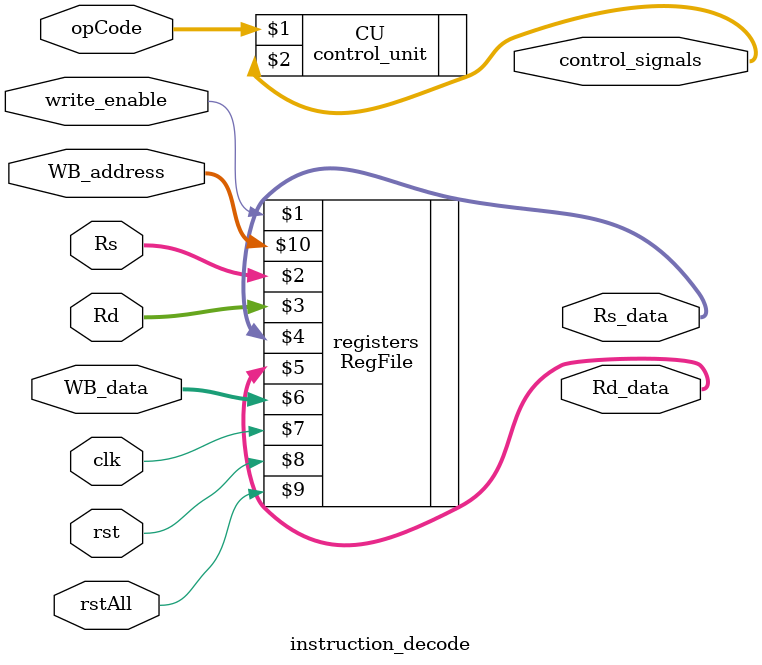
<source format=v>
module instruction_decode(
input clk,
input  [4:0] opCode,
input  [2:0] Rs,
input  [2:0] Rd,
input  [15:0] WB_data,
input  [2:0] WB_address,
input write_enable,
input rst,
input rstAll,

output [15:0] Rs_data,
output [15:0] Rd_data,
output [7:0] control_signals
);

control_unit CU(opCode,control_signals);
RegFile registers(write_enable,Rs,Rd,Rs_data,Rd_data,WB_data,clk,rst,rstAll,WB_address); 


endmodule
</source>
